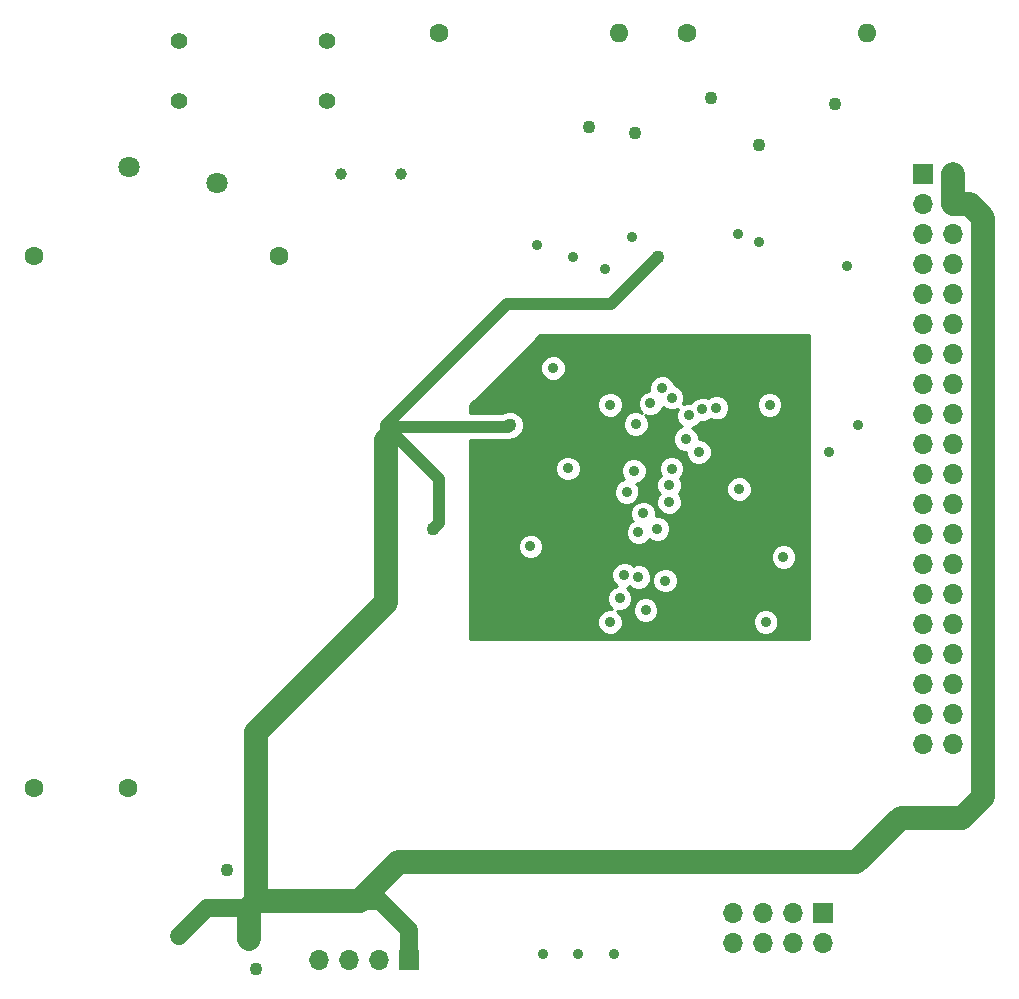
<source format=gbr>
G04 #@! TF.FileFunction,Copper,L3,Inr,Plane*
%FSLAX46Y46*%
G04 Gerber Fmt 4.6, Leading zero omitted, Abs format (unit mm)*
G04 Created by KiCad (PCBNEW 4.0.7) date Fri May 11 12:16:42 2018*
%MOMM*%
%LPD*%
G01*
G04 APERTURE LIST*
%ADD10C,0.100000*%
%ADD11C,1.800000*%
%ADD12C,1.000000*%
%ADD13C,1.400000*%
%ADD14R,1.700000X1.700000*%
%ADD15O,1.700000X1.700000*%
%ADD16C,1.600000*%
%ADD17O,1.600000X1.600000*%
%ADD18C,1.100000*%
%ADD19C,0.900000*%
%ADD20C,1.500000*%
%ADD21C,2.000000*%
%ADD22C,1.000000*%
%ADD23C,0.254000*%
G04 APERTURE END LIST*
D10*
D11*
X115750000Y-89250000D03*
X108250000Y-87850000D03*
D12*
X131290000Y-88500000D03*
X126210000Y-88500000D03*
D13*
X125000000Y-82290000D03*
X125000000Y-77210000D03*
X112500000Y-82290000D03*
X112500000Y-77210000D03*
D14*
X132000000Y-155000000D03*
D15*
X129460000Y-155000000D03*
X126920000Y-155000000D03*
X124380000Y-155000000D03*
D16*
X155500000Y-76500000D03*
D17*
X170740000Y-76500000D03*
D16*
X134500000Y-76500000D03*
D17*
X149740000Y-76500000D03*
D14*
X167000000Y-151000000D03*
D15*
X167000000Y-153540000D03*
X164460000Y-151000000D03*
X164460000Y-153540000D03*
X161920000Y-151000000D03*
X161920000Y-153540000D03*
X159380000Y-151000000D03*
X159380000Y-153540000D03*
D14*
X175500000Y-88500000D03*
D15*
X178040000Y-88500000D03*
X175500000Y-91040000D03*
X178040000Y-91040000D03*
X175500000Y-93580000D03*
X178040000Y-93580000D03*
X175500000Y-96120000D03*
X178040000Y-96120000D03*
X175500000Y-98660000D03*
X178040000Y-98660000D03*
X175500000Y-101200000D03*
X178040000Y-101200000D03*
X175500000Y-103740000D03*
X178040000Y-103740000D03*
X175500000Y-106280000D03*
X178040000Y-106280000D03*
X175500000Y-108820000D03*
X178040000Y-108820000D03*
X175500000Y-111360000D03*
X178040000Y-111360000D03*
X175500000Y-113900000D03*
X178040000Y-113900000D03*
X175500000Y-116440000D03*
X178040000Y-116440000D03*
X175500000Y-118980000D03*
X178040000Y-118980000D03*
X175500000Y-121520000D03*
X178040000Y-121520000D03*
X175500000Y-124060000D03*
X178040000Y-124060000D03*
X175500000Y-126600000D03*
X178040000Y-126600000D03*
X175500000Y-129140000D03*
X178040000Y-129140000D03*
X175500000Y-131680000D03*
X178040000Y-131680000D03*
X175500000Y-134220000D03*
X178040000Y-134220000D03*
X175500000Y-136760000D03*
X178040000Y-136760000D03*
D16*
X108200000Y-140450000D03*
X100200000Y-140450000D03*
X121000000Y-95450000D03*
X100200000Y-95450000D03*
D18*
X161580000Y-86010000D03*
X168080000Y-82510000D03*
X147250000Y-84500000D03*
X157580000Y-82010000D03*
X151080000Y-85010000D03*
X119000000Y-155750000D03*
D19*
X142830000Y-94510000D03*
X145830000Y-95510000D03*
X148580000Y-96510000D03*
X150830000Y-93760000D03*
X169080000Y-96260000D03*
X161580000Y-94260000D03*
X159830000Y-93510000D03*
D18*
X116600000Y-147400000D03*
D19*
X149000000Y-108000000D03*
X154000000Y-114800000D03*
X142250000Y-120000000D03*
X163670000Y-120890000D03*
X162170000Y-126390000D03*
X143300000Y-154500000D03*
X149300000Y-154500000D03*
X146300000Y-154500000D03*
X145420000Y-113390000D03*
X152420000Y-107890000D03*
X144170000Y-104890000D03*
X159920000Y-115140000D03*
X153670000Y-122890000D03*
X157200000Y-124300000D03*
X164400000Y-102900000D03*
X155600000Y-122800000D03*
X143000000Y-118000000D03*
X156420000Y-119890000D03*
X153420000Y-109890000D03*
X147920000Y-111390000D03*
X158170000Y-113640000D03*
D18*
X112500000Y-153000000D03*
X118400000Y-153200000D03*
X140500000Y-109750000D03*
X134000000Y-118500000D03*
X153080000Y-95510000D03*
D19*
X143250000Y-146750000D03*
X150400000Y-115400000D03*
X153400000Y-106600000D03*
X152000000Y-125400000D03*
X151800000Y-117200000D03*
X151400000Y-118800000D03*
X151400000Y-122600000D03*
X149800000Y-124400000D03*
X150200000Y-122400000D03*
X151170000Y-109640000D03*
X149000000Y-126400000D03*
X154000000Y-116250000D03*
X170000000Y-109750000D03*
X167500000Y-112000000D03*
X153000000Y-118500000D03*
X162500000Y-108000000D03*
X154200000Y-113400000D03*
X158000000Y-108250000D03*
X156500000Y-112000000D03*
X156800000Y-108400000D03*
X155700000Y-108900000D03*
X155400000Y-110900000D03*
X154200000Y-107400000D03*
X151000000Y-113600000D03*
D20*
X114900000Y-150600000D02*
X118400000Y-150600000D01*
X112500000Y-153000000D02*
X114900000Y-150600000D01*
D21*
X118400000Y-153200000D02*
X118400000Y-150600000D01*
X118400000Y-150600000D02*
X119000000Y-150000000D01*
D22*
X134500000Y-118000000D02*
X134000000Y-118500000D01*
D20*
X127700000Y-150000000D02*
X129500000Y-150000000D01*
X132000000Y-152500000D02*
X132000000Y-155000000D01*
X129500000Y-150000000D02*
X132000000Y-152500000D01*
D22*
X130000000Y-109750000D02*
X140250000Y-99500000D01*
X130000000Y-109750000D02*
X130125000Y-109875000D01*
X130000000Y-111000000D02*
X130000000Y-109750000D01*
X130125000Y-109875000D02*
X140375000Y-109875000D01*
X140375000Y-109875000D02*
X140500000Y-109750000D01*
X134500000Y-114250000D02*
X134500000Y-118000000D01*
X130125000Y-109875000D02*
X134500000Y-114250000D01*
X130000000Y-124750000D02*
X130000000Y-111000000D01*
X119000000Y-150000000D02*
X119000000Y-135750000D01*
X140250000Y-99500000D02*
X149090000Y-99500000D01*
X149090000Y-99500000D02*
X153080000Y-95510000D01*
D21*
X130000000Y-124750000D02*
X130000000Y-111000000D01*
X119000000Y-135750000D02*
X130000000Y-124750000D01*
X178040000Y-91040000D02*
X178040000Y-88500000D01*
X143250000Y-146750000D02*
X169850000Y-146750000D01*
X169850000Y-146750000D02*
X173600000Y-143000000D01*
X173600000Y-143000000D02*
X178800000Y-143000000D01*
X178800000Y-143000000D02*
X180600000Y-141200000D01*
X180600000Y-141200000D02*
X180600000Y-92200000D01*
X180600000Y-92200000D02*
X179440000Y-91040000D01*
X179440000Y-91040000D02*
X178040000Y-91040000D01*
X119000000Y-150000000D02*
X127700000Y-150000000D01*
X127700000Y-150000000D02*
X127800000Y-150000000D01*
X127800000Y-150000000D02*
X131050000Y-146750000D01*
X131050000Y-146750000D02*
X143250000Y-146750000D01*
X119000000Y-150000000D02*
X119000000Y-135750000D01*
D22*
X167600000Y-146750000D02*
X169850000Y-146750000D01*
X179440000Y-91040000D02*
X178040000Y-91040000D01*
X180600000Y-92200000D02*
X179440000Y-91040000D01*
X180600000Y-141200000D02*
X180600000Y-92200000D01*
X178800000Y-143000000D02*
X180600000Y-141200000D01*
X173600000Y-143000000D02*
X178800000Y-143000000D01*
X169850000Y-146750000D02*
X173600000Y-143000000D01*
X143250000Y-146750000D02*
X164200000Y-146750000D01*
X164200000Y-146750000D02*
X167600000Y-146750000D01*
X167600000Y-146750000D02*
X167650000Y-146750000D01*
X131050000Y-146750000D02*
X143250000Y-146750000D01*
X127800000Y-150000000D02*
X131050000Y-146750000D01*
D23*
G36*
X165873000Y-127873000D02*
X137127000Y-127873000D01*
X137127000Y-126614873D01*
X147914812Y-126614873D01*
X148079646Y-127013800D01*
X148384595Y-127319282D01*
X148783233Y-127484811D01*
X149214873Y-127485188D01*
X149613800Y-127320354D01*
X149919282Y-127015405D01*
X150084811Y-126616767D01*
X150084821Y-126604873D01*
X161084812Y-126604873D01*
X161249646Y-127003800D01*
X161554595Y-127309282D01*
X161953233Y-127474811D01*
X162384873Y-127475188D01*
X162783800Y-127310354D01*
X163089282Y-127005405D01*
X163254811Y-126606767D01*
X163255188Y-126175127D01*
X163090354Y-125776200D01*
X162785405Y-125470718D01*
X162386767Y-125305189D01*
X161955127Y-125304812D01*
X161556200Y-125469646D01*
X161250718Y-125774595D01*
X161085189Y-126173233D01*
X161084812Y-126604873D01*
X150084821Y-126604873D01*
X150085188Y-126185127D01*
X149920354Y-125786200D01*
X149749326Y-125614873D01*
X150914812Y-125614873D01*
X151079646Y-126013800D01*
X151384595Y-126319282D01*
X151783233Y-126484811D01*
X152214873Y-126485188D01*
X152613800Y-126320354D01*
X152919282Y-126015405D01*
X153084811Y-125616767D01*
X153085188Y-125185127D01*
X152920354Y-124786200D01*
X152615405Y-124480718D01*
X152216767Y-124315189D01*
X151785127Y-124314812D01*
X151386200Y-124479646D01*
X151080718Y-124784595D01*
X150915189Y-125183233D01*
X150914812Y-125614873D01*
X149749326Y-125614873D01*
X149619522Y-125484843D01*
X150014873Y-125485188D01*
X150413800Y-125320354D01*
X150719282Y-125015405D01*
X150884811Y-124616767D01*
X150885188Y-124185127D01*
X150720354Y-123786200D01*
X150418409Y-123483727D01*
X150652532Y-123386989D01*
X150784595Y-123519282D01*
X151183233Y-123684811D01*
X151614873Y-123685188D01*
X152013800Y-123520354D01*
X152319282Y-123215405D01*
X152365178Y-123104873D01*
X152584812Y-123104873D01*
X152749646Y-123503800D01*
X153054595Y-123809282D01*
X153453233Y-123974811D01*
X153884873Y-123975188D01*
X154283800Y-123810354D01*
X154589282Y-123505405D01*
X154754811Y-123106767D01*
X154755188Y-122675127D01*
X154590354Y-122276200D01*
X154285405Y-121970718D01*
X153886767Y-121805189D01*
X153455127Y-121804812D01*
X153056200Y-121969646D01*
X152750718Y-122274595D01*
X152585189Y-122673233D01*
X152584812Y-123104873D01*
X152365178Y-123104873D01*
X152484811Y-122816767D01*
X152485188Y-122385127D01*
X152320354Y-121986200D01*
X152015405Y-121680718D01*
X151616767Y-121515189D01*
X151185127Y-121514812D01*
X150947468Y-121613011D01*
X150815405Y-121480718D01*
X150416767Y-121315189D01*
X149985127Y-121314812D01*
X149586200Y-121479646D01*
X149280718Y-121784595D01*
X149115189Y-122183233D01*
X149114812Y-122614873D01*
X149279646Y-123013800D01*
X149581591Y-123316273D01*
X149186200Y-123479646D01*
X148880718Y-123784595D01*
X148715189Y-124183233D01*
X148714812Y-124614873D01*
X148879646Y-125013800D01*
X149180478Y-125315157D01*
X148785127Y-125314812D01*
X148386200Y-125479646D01*
X148080718Y-125784595D01*
X147915189Y-126183233D01*
X147914812Y-126614873D01*
X137127000Y-126614873D01*
X137127000Y-121104873D01*
X162584812Y-121104873D01*
X162749646Y-121503800D01*
X163054595Y-121809282D01*
X163453233Y-121974811D01*
X163884873Y-121975188D01*
X164283800Y-121810354D01*
X164589282Y-121505405D01*
X164754811Y-121106767D01*
X164755188Y-120675127D01*
X164590354Y-120276200D01*
X164285405Y-119970718D01*
X163886767Y-119805189D01*
X163455127Y-119804812D01*
X163056200Y-119969646D01*
X162750718Y-120274595D01*
X162585189Y-120673233D01*
X162584812Y-121104873D01*
X137127000Y-121104873D01*
X137127000Y-120214873D01*
X141164812Y-120214873D01*
X141329646Y-120613800D01*
X141634595Y-120919282D01*
X142033233Y-121084811D01*
X142464873Y-121085188D01*
X142863800Y-120920354D01*
X143169282Y-120615405D01*
X143334811Y-120216767D01*
X143335188Y-119785127D01*
X143170354Y-119386200D01*
X142865405Y-119080718D01*
X142706833Y-119014873D01*
X150314812Y-119014873D01*
X150479646Y-119413800D01*
X150784595Y-119719282D01*
X151183233Y-119884811D01*
X151614873Y-119885188D01*
X152013800Y-119720354D01*
X152319282Y-119415405D01*
X152337332Y-119371936D01*
X152384595Y-119419282D01*
X152783233Y-119584811D01*
X153214873Y-119585188D01*
X153613800Y-119420354D01*
X153919282Y-119115405D01*
X154084811Y-118716767D01*
X154085188Y-118285127D01*
X153920354Y-117886200D01*
X153615405Y-117580718D01*
X153216767Y-117415189D01*
X152884813Y-117414899D01*
X152885188Y-116985127D01*
X152720354Y-116586200D01*
X152415405Y-116280718D01*
X152016767Y-116115189D01*
X151585127Y-116114812D01*
X151186200Y-116279646D01*
X150880718Y-116584595D01*
X150715189Y-116983233D01*
X150714812Y-117414873D01*
X150879646Y-117813800D01*
X150898894Y-117833082D01*
X150786200Y-117879646D01*
X150480718Y-118184595D01*
X150315189Y-118583233D01*
X150314812Y-119014873D01*
X142706833Y-119014873D01*
X142466767Y-118915189D01*
X142035127Y-118914812D01*
X141636200Y-119079646D01*
X141330718Y-119384595D01*
X141165189Y-119783233D01*
X141164812Y-120214873D01*
X137127000Y-120214873D01*
X137127000Y-115614873D01*
X149314812Y-115614873D01*
X149479646Y-116013800D01*
X149784595Y-116319282D01*
X150183233Y-116484811D01*
X150614873Y-116485188D01*
X151013800Y-116320354D01*
X151319282Y-116015405D01*
X151484811Y-115616767D01*
X151485188Y-115185127D01*
X151414841Y-115014873D01*
X152914812Y-115014873D01*
X153079646Y-115413800D01*
X153190578Y-115524926D01*
X153080718Y-115634595D01*
X152915189Y-116033233D01*
X152914812Y-116464873D01*
X153079646Y-116863800D01*
X153384595Y-117169282D01*
X153783233Y-117334811D01*
X154214873Y-117335188D01*
X154613800Y-117170354D01*
X154919282Y-116865405D01*
X155084811Y-116466767D01*
X155085188Y-116035127D01*
X154920354Y-115636200D01*
X154809422Y-115525074D01*
X154919282Y-115415405D01*
X154944417Y-115354873D01*
X158834812Y-115354873D01*
X158999646Y-115753800D01*
X159304595Y-116059282D01*
X159703233Y-116224811D01*
X160134873Y-116225188D01*
X160533800Y-116060354D01*
X160839282Y-115755405D01*
X161004811Y-115356767D01*
X161005188Y-114925127D01*
X160840354Y-114526200D01*
X160535405Y-114220718D01*
X160136767Y-114055189D01*
X159705127Y-114054812D01*
X159306200Y-114219646D01*
X159000718Y-114524595D01*
X158835189Y-114923233D01*
X158834812Y-115354873D01*
X154944417Y-115354873D01*
X155084811Y-115016767D01*
X155085188Y-114585127D01*
X154928482Y-114205872D01*
X155119282Y-114015405D01*
X155284811Y-113616767D01*
X155285188Y-113185127D01*
X155120354Y-112786200D01*
X154815405Y-112480718D01*
X154416767Y-112315189D01*
X153985127Y-112314812D01*
X153586200Y-112479646D01*
X153280718Y-112784595D01*
X153115189Y-113183233D01*
X153114812Y-113614873D01*
X153271518Y-113994128D01*
X153080718Y-114184595D01*
X152915189Y-114583233D01*
X152914812Y-115014873D01*
X151414841Y-115014873D01*
X151320354Y-114786200D01*
X151218162Y-114683829D01*
X151613800Y-114520354D01*
X151919282Y-114215405D01*
X152084811Y-113816767D01*
X152085188Y-113385127D01*
X151920354Y-112986200D01*
X151615405Y-112680718D01*
X151216767Y-112515189D01*
X150785127Y-112514812D01*
X150386200Y-112679646D01*
X150080718Y-112984595D01*
X149915189Y-113383233D01*
X149914812Y-113814873D01*
X150079646Y-114213800D01*
X150181838Y-114316171D01*
X149786200Y-114479646D01*
X149480718Y-114784595D01*
X149315189Y-115183233D01*
X149314812Y-115614873D01*
X137127000Y-115614873D01*
X137127000Y-113604873D01*
X144334812Y-113604873D01*
X144499646Y-114003800D01*
X144804595Y-114309282D01*
X145203233Y-114474811D01*
X145634873Y-114475188D01*
X146033800Y-114310354D01*
X146339282Y-114005405D01*
X146504811Y-113606767D01*
X146505188Y-113175127D01*
X146340354Y-112776200D01*
X146035405Y-112470718D01*
X145636767Y-112305189D01*
X145205127Y-112304812D01*
X144806200Y-112469646D01*
X144500718Y-112774595D01*
X144335189Y-113173233D01*
X144334812Y-113604873D01*
X137127000Y-113604873D01*
X137127000Y-111010000D01*
X140375000Y-111010000D01*
X140809346Y-110923603D01*
X140884839Y-110873160D01*
X141170372Y-110755180D01*
X141504009Y-110422125D01*
X141684794Y-109986745D01*
X141684909Y-109854873D01*
X150084812Y-109854873D01*
X150249646Y-110253800D01*
X150554595Y-110559282D01*
X150953233Y-110724811D01*
X151384873Y-110725188D01*
X151783800Y-110560354D01*
X152089282Y-110255405D01*
X152254811Y-109856767D01*
X152255188Y-109425127D01*
X152090354Y-109026200D01*
X151922820Y-108858373D01*
X152203233Y-108974811D01*
X152634873Y-108975188D01*
X153033800Y-108810354D01*
X153339282Y-108505405D01*
X153465928Y-108200408D01*
X153584595Y-108319282D01*
X153983233Y-108484811D01*
X154414873Y-108485188D01*
X154755943Y-108344260D01*
X154615189Y-108683233D01*
X154614812Y-109114873D01*
X154779646Y-109513800D01*
X155084595Y-109819282D01*
X155129341Y-109837862D01*
X154786200Y-109979646D01*
X154480718Y-110284595D01*
X154315189Y-110683233D01*
X154314812Y-111114873D01*
X154479646Y-111513800D01*
X154784595Y-111819282D01*
X155183233Y-111984811D01*
X155415013Y-111985013D01*
X155414812Y-112214873D01*
X155579646Y-112613800D01*
X155884595Y-112919282D01*
X156283233Y-113084811D01*
X156714873Y-113085188D01*
X157113800Y-112920354D01*
X157419282Y-112615405D01*
X157584811Y-112216767D01*
X157585188Y-111785127D01*
X157420354Y-111386200D01*
X157115405Y-111080718D01*
X156716767Y-110915189D01*
X156484987Y-110914987D01*
X156485188Y-110685127D01*
X156320354Y-110286200D01*
X156015405Y-109980718D01*
X155970659Y-109962138D01*
X156313800Y-109820354D01*
X156619282Y-109515405D01*
X156631968Y-109484854D01*
X157014873Y-109485188D01*
X157413800Y-109320354D01*
X157512099Y-109222226D01*
X157783233Y-109334811D01*
X158214873Y-109335188D01*
X158613800Y-109170354D01*
X158919282Y-108865405D01*
X159084811Y-108466767D01*
X159085031Y-108214873D01*
X161414812Y-108214873D01*
X161579646Y-108613800D01*
X161884595Y-108919282D01*
X162283233Y-109084811D01*
X162714873Y-109085188D01*
X163113800Y-108920354D01*
X163419282Y-108615405D01*
X163584811Y-108216767D01*
X163585188Y-107785127D01*
X163420354Y-107386200D01*
X163115405Y-107080718D01*
X162716767Y-106915189D01*
X162285127Y-106914812D01*
X161886200Y-107079646D01*
X161580718Y-107384595D01*
X161415189Y-107783233D01*
X161414812Y-108214873D01*
X159085031Y-108214873D01*
X159085188Y-108035127D01*
X158920354Y-107636200D01*
X158615405Y-107330718D01*
X158216767Y-107165189D01*
X157785127Y-107164812D01*
X157386200Y-107329646D01*
X157287901Y-107427774D01*
X157016767Y-107315189D01*
X156585127Y-107314812D01*
X156186200Y-107479646D01*
X155880718Y-107784595D01*
X155868032Y-107815146D01*
X155485127Y-107814812D01*
X155144057Y-107955740D01*
X155284811Y-107616767D01*
X155285188Y-107185127D01*
X155120354Y-106786200D01*
X154815405Y-106480718D01*
X154464476Y-106334999D01*
X154320354Y-105986200D01*
X154015405Y-105680718D01*
X153616767Y-105515189D01*
X153185127Y-105514812D01*
X152786200Y-105679646D01*
X152480718Y-105984595D01*
X152315189Y-106383233D01*
X152314821Y-106804908D01*
X152205127Y-106804812D01*
X151806200Y-106969646D01*
X151500718Y-107274595D01*
X151335189Y-107673233D01*
X151334812Y-108104873D01*
X151499646Y-108503800D01*
X151667180Y-108671627D01*
X151386767Y-108555189D01*
X150955127Y-108554812D01*
X150556200Y-108719646D01*
X150250718Y-109024595D01*
X150085189Y-109423233D01*
X150084812Y-109854873D01*
X141684909Y-109854873D01*
X141685206Y-109515323D01*
X141505180Y-109079628D01*
X141172125Y-108745991D01*
X140736745Y-108565206D01*
X140265323Y-108564794D01*
X139841293Y-108740000D01*
X137127000Y-108740000D01*
X137127000Y-108214873D01*
X147914812Y-108214873D01*
X148079646Y-108613800D01*
X148384595Y-108919282D01*
X148783233Y-109084811D01*
X149214873Y-109085188D01*
X149613800Y-108920354D01*
X149919282Y-108615405D01*
X150084811Y-108216767D01*
X150085188Y-107785127D01*
X149920354Y-107386200D01*
X149615405Y-107080718D01*
X149216767Y-106915189D01*
X148785127Y-106914812D01*
X148386200Y-107079646D01*
X148080718Y-107384595D01*
X147915189Y-107783233D01*
X147914812Y-108214873D01*
X137127000Y-108214873D01*
X137127000Y-108052606D01*
X140074733Y-105104873D01*
X143084812Y-105104873D01*
X143249646Y-105503800D01*
X143554595Y-105809282D01*
X143953233Y-105974811D01*
X144384873Y-105975188D01*
X144783800Y-105810354D01*
X145089282Y-105505405D01*
X145254811Y-105106767D01*
X145255188Y-104675127D01*
X145090354Y-104276200D01*
X144785405Y-103970718D01*
X144386767Y-103805189D01*
X143955127Y-103804812D01*
X143556200Y-103969646D01*
X143250718Y-104274595D01*
X143085189Y-104673233D01*
X143084812Y-105104873D01*
X140074733Y-105104873D01*
X143052606Y-102127000D01*
X165873000Y-102127000D01*
X165873000Y-127873000D01*
X165873000Y-127873000D01*
G37*
X165873000Y-127873000D02*
X137127000Y-127873000D01*
X137127000Y-126614873D01*
X147914812Y-126614873D01*
X148079646Y-127013800D01*
X148384595Y-127319282D01*
X148783233Y-127484811D01*
X149214873Y-127485188D01*
X149613800Y-127320354D01*
X149919282Y-127015405D01*
X150084811Y-126616767D01*
X150084821Y-126604873D01*
X161084812Y-126604873D01*
X161249646Y-127003800D01*
X161554595Y-127309282D01*
X161953233Y-127474811D01*
X162384873Y-127475188D01*
X162783800Y-127310354D01*
X163089282Y-127005405D01*
X163254811Y-126606767D01*
X163255188Y-126175127D01*
X163090354Y-125776200D01*
X162785405Y-125470718D01*
X162386767Y-125305189D01*
X161955127Y-125304812D01*
X161556200Y-125469646D01*
X161250718Y-125774595D01*
X161085189Y-126173233D01*
X161084812Y-126604873D01*
X150084821Y-126604873D01*
X150085188Y-126185127D01*
X149920354Y-125786200D01*
X149749326Y-125614873D01*
X150914812Y-125614873D01*
X151079646Y-126013800D01*
X151384595Y-126319282D01*
X151783233Y-126484811D01*
X152214873Y-126485188D01*
X152613800Y-126320354D01*
X152919282Y-126015405D01*
X153084811Y-125616767D01*
X153085188Y-125185127D01*
X152920354Y-124786200D01*
X152615405Y-124480718D01*
X152216767Y-124315189D01*
X151785127Y-124314812D01*
X151386200Y-124479646D01*
X151080718Y-124784595D01*
X150915189Y-125183233D01*
X150914812Y-125614873D01*
X149749326Y-125614873D01*
X149619522Y-125484843D01*
X150014873Y-125485188D01*
X150413800Y-125320354D01*
X150719282Y-125015405D01*
X150884811Y-124616767D01*
X150885188Y-124185127D01*
X150720354Y-123786200D01*
X150418409Y-123483727D01*
X150652532Y-123386989D01*
X150784595Y-123519282D01*
X151183233Y-123684811D01*
X151614873Y-123685188D01*
X152013800Y-123520354D01*
X152319282Y-123215405D01*
X152365178Y-123104873D01*
X152584812Y-123104873D01*
X152749646Y-123503800D01*
X153054595Y-123809282D01*
X153453233Y-123974811D01*
X153884873Y-123975188D01*
X154283800Y-123810354D01*
X154589282Y-123505405D01*
X154754811Y-123106767D01*
X154755188Y-122675127D01*
X154590354Y-122276200D01*
X154285405Y-121970718D01*
X153886767Y-121805189D01*
X153455127Y-121804812D01*
X153056200Y-121969646D01*
X152750718Y-122274595D01*
X152585189Y-122673233D01*
X152584812Y-123104873D01*
X152365178Y-123104873D01*
X152484811Y-122816767D01*
X152485188Y-122385127D01*
X152320354Y-121986200D01*
X152015405Y-121680718D01*
X151616767Y-121515189D01*
X151185127Y-121514812D01*
X150947468Y-121613011D01*
X150815405Y-121480718D01*
X150416767Y-121315189D01*
X149985127Y-121314812D01*
X149586200Y-121479646D01*
X149280718Y-121784595D01*
X149115189Y-122183233D01*
X149114812Y-122614873D01*
X149279646Y-123013800D01*
X149581591Y-123316273D01*
X149186200Y-123479646D01*
X148880718Y-123784595D01*
X148715189Y-124183233D01*
X148714812Y-124614873D01*
X148879646Y-125013800D01*
X149180478Y-125315157D01*
X148785127Y-125314812D01*
X148386200Y-125479646D01*
X148080718Y-125784595D01*
X147915189Y-126183233D01*
X147914812Y-126614873D01*
X137127000Y-126614873D01*
X137127000Y-121104873D01*
X162584812Y-121104873D01*
X162749646Y-121503800D01*
X163054595Y-121809282D01*
X163453233Y-121974811D01*
X163884873Y-121975188D01*
X164283800Y-121810354D01*
X164589282Y-121505405D01*
X164754811Y-121106767D01*
X164755188Y-120675127D01*
X164590354Y-120276200D01*
X164285405Y-119970718D01*
X163886767Y-119805189D01*
X163455127Y-119804812D01*
X163056200Y-119969646D01*
X162750718Y-120274595D01*
X162585189Y-120673233D01*
X162584812Y-121104873D01*
X137127000Y-121104873D01*
X137127000Y-120214873D01*
X141164812Y-120214873D01*
X141329646Y-120613800D01*
X141634595Y-120919282D01*
X142033233Y-121084811D01*
X142464873Y-121085188D01*
X142863800Y-120920354D01*
X143169282Y-120615405D01*
X143334811Y-120216767D01*
X143335188Y-119785127D01*
X143170354Y-119386200D01*
X142865405Y-119080718D01*
X142706833Y-119014873D01*
X150314812Y-119014873D01*
X150479646Y-119413800D01*
X150784595Y-119719282D01*
X151183233Y-119884811D01*
X151614873Y-119885188D01*
X152013800Y-119720354D01*
X152319282Y-119415405D01*
X152337332Y-119371936D01*
X152384595Y-119419282D01*
X152783233Y-119584811D01*
X153214873Y-119585188D01*
X153613800Y-119420354D01*
X153919282Y-119115405D01*
X154084811Y-118716767D01*
X154085188Y-118285127D01*
X153920354Y-117886200D01*
X153615405Y-117580718D01*
X153216767Y-117415189D01*
X152884813Y-117414899D01*
X152885188Y-116985127D01*
X152720354Y-116586200D01*
X152415405Y-116280718D01*
X152016767Y-116115189D01*
X151585127Y-116114812D01*
X151186200Y-116279646D01*
X150880718Y-116584595D01*
X150715189Y-116983233D01*
X150714812Y-117414873D01*
X150879646Y-117813800D01*
X150898894Y-117833082D01*
X150786200Y-117879646D01*
X150480718Y-118184595D01*
X150315189Y-118583233D01*
X150314812Y-119014873D01*
X142706833Y-119014873D01*
X142466767Y-118915189D01*
X142035127Y-118914812D01*
X141636200Y-119079646D01*
X141330718Y-119384595D01*
X141165189Y-119783233D01*
X141164812Y-120214873D01*
X137127000Y-120214873D01*
X137127000Y-115614873D01*
X149314812Y-115614873D01*
X149479646Y-116013800D01*
X149784595Y-116319282D01*
X150183233Y-116484811D01*
X150614873Y-116485188D01*
X151013800Y-116320354D01*
X151319282Y-116015405D01*
X151484811Y-115616767D01*
X151485188Y-115185127D01*
X151414841Y-115014873D01*
X152914812Y-115014873D01*
X153079646Y-115413800D01*
X153190578Y-115524926D01*
X153080718Y-115634595D01*
X152915189Y-116033233D01*
X152914812Y-116464873D01*
X153079646Y-116863800D01*
X153384595Y-117169282D01*
X153783233Y-117334811D01*
X154214873Y-117335188D01*
X154613800Y-117170354D01*
X154919282Y-116865405D01*
X155084811Y-116466767D01*
X155085188Y-116035127D01*
X154920354Y-115636200D01*
X154809422Y-115525074D01*
X154919282Y-115415405D01*
X154944417Y-115354873D01*
X158834812Y-115354873D01*
X158999646Y-115753800D01*
X159304595Y-116059282D01*
X159703233Y-116224811D01*
X160134873Y-116225188D01*
X160533800Y-116060354D01*
X160839282Y-115755405D01*
X161004811Y-115356767D01*
X161005188Y-114925127D01*
X160840354Y-114526200D01*
X160535405Y-114220718D01*
X160136767Y-114055189D01*
X159705127Y-114054812D01*
X159306200Y-114219646D01*
X159000718Y-114524595D01*
X158835189Y-114923233D01*
X158834812Y-115354873D01*
X154944417Y-115354873D01*
X155084811Y-115016767D01*
X155085188Y-114585127D01*
X154928482Y-114205872D01*
X155119282Y-114015405D01*
X155284811Y-113616767D01*
X155285188Y-113185127D01*
X155120354Y-112786200D01*
X154815405Y-112480718D01*
X154416767Y-112315189D01*
X153985127Y-112314812D01*
X153586200Y-112479646D01*
X153280718Y-112784595D01*
X153115189Y-113183233D01*
X153114812Y-113614873D01*
X153271518Y-113994128D01*
X153080718Y-114184595D01*
X152915189Y-114583233D01*
X152914812Y-115014873D01*
X151414841Y-115014873D01*
X151320354Y-114786200D01*
X151218162Y-114683829D01*
X151613800Y-114520354D01*
X151919282Y-114215405D01*
X152084811Y-113816767D01*
X152085188Y-113385127D01*
X151920354Y-112986200D01*
X151615405Y-112680718D01*
X151216767Y-112515189D01*
X150785127Y-112514812D01*
X150386200Y-112679646D01*
X150080718Y-112984595D01*
X149915189Y-113383233D01*
X149914812Y-113814873D01*
X150079646Y-114213800D01*
X150181838Y-114316171D01*
X149786200Y-114479646D01*
X149480718Y-114784595D01*
X149315189Y-115183233D01*
X149314812Y-115614873D01*
X137127000Y-115614873D01*
X137127000Y-113604873D01*
X144334812Y-113604873D01*
X144499646Y-114003800D01*
X144804595Y-114309282D01*
X145203233Y-114474811D01*
X145634873Y-114475188D01*
X146033800Y-114310354D01*
X146339282Y-114005405D01*
X146504811Y-113606767D01*
X146505188Y-113175127D01*
X146340354Y-112776200D01*
X146035405Y-112470718D01*
X145636767Y-112305189D01*
X145205127Y-112304812D01*
X144806200Y-112469646D01*
X144500718Y-112774595D01*
X144335189Y-113173233D01*
X144334812Y-113604873D01*
X137127000Y-113604873D01*
X137127000Y-111010000D01*
X140375000Y-111010000D01*
X140809346Y-110923603D01*
X140884839Y-110873160D01*
X141170372Y-110755180D01*
X141504009Y-110422125D01*
X141684794Y-109986745D01*
X141684909Y-109854873D01*
X150084812Y-109854873D01*
X150249646Y-110253800D01*
X150554595Y-110559282D01*
X150953233Y-110724811D01*
X151384873Y-110725188D01*
X151783800Y-110560354D01*
X152089282Y-110255405D01*
X152254811Y-109856767D01*
X152255188Y-109425127D01*
X152090354Y-109026200D01*
X151922820Y-108858373D01*
X152203233Y-108974811D01*
X152634873Y-108975188D01*
X153033800Y-108810354D01*
X153339282Y-108505405D01*
X153465928Y-108200408D01*
X153584595Y-108319282D01*
X153983233Y-108484811D01*
X154414873Y-108485188D01*
X154755943Y-108344260D01*
X154615189Y-108683233D01*
X154614812Y-109114873D01*
X154779646Y-109513800D01*
X155084595Y-109819282D01*
X155129341Y-109837862D01*
X154786200Y-109979646D01*
X154480718Y-110284595D01*
X154315189Y-110683233D01*
X154314812Y-111114873D01*
X154479646Y-111513800D01*
X154784595Y-111819282D01*
X155183233Y-111984811D01*
X155415013Y-111985013D01*
X155414812Y-112214873D01*
X155579646Y-112613800D01*
X155884595Y-112919282D01*
X156283233Y-113084811D01*
X156714873Y-113085188D01*
X157113800Y-112920354D01*
X157419282Y-112615405D01*
X157584811Y-112216767D01*
X157585188Y-111785127D01*
X157420354Y-111386200D01*
X157115405Y-111080718D01*
X156716767Y-110915189D01*
X156484987Y-110914987D01*
X156485188Y-110685127D01*
X156320354Y-110286200D01*
X156015405Y-109980718D01*
X155970659Y-109962138D01*
X156313800Y-109820354D01*
X156619282Y-109515405D01*
X156631968Y-109484854D01*
X157014873Y-109485188D01*
X157413800Y-109320354D01*
X157512099Y-109222226D01*
X157783233Y-109334811D01*
X158214873Y-109335188D01*
X158613800Y-109170354D01*
X158919282Y-108865405D01*
X159084811Y-108466767D01*
X159085031Y-108214873D01*
X161414812Y-108214873D01*
X161579646Y-108613800D01*
X161884595Y-108919282D01*
X162283233Y-109084811D01*
X162714873Y-109085188D01*
X163113800Y-108920354D01*
X163419282Y-108615405D01*
X163584811Y-108216767D01*
X163585188Y-107785127D01*
X163420354Y-107386200D01*
X163115405Y-107080718D01*
X162716767Y-106915189D01*
X162285127Y-106914812D01*
X161886200Y-107079646D01*
X161580718Y-107384595D01*
X161415189Y-107783233D01*
X161414812Y-108214873D01*
X159085031Y-108214873D01*
X159085188Y-108035127D01*
X158920354Y-107636200D01*
X158615405Y-107330718D01*
X158216767Y-107165189D01*
X157785127Y-107164812D01*
X157386200Y-107329646D01*
X157287901Y-107427774D01*
X157016767Y-107315189D01*
X156585127Y-107314812D01*
X156186200Y-107479646D01*
X155880718Y-107784595D01*
X155868032Y-107815146D01*
X155485127Y-107814812D01*
X155144057Y-107955740D01*
X155284811Y-107616767D01*
X155285188Y-107185127D01*
X155120354Y-106786200D01*
X154815405Y-106480718D01*
X154464476Y-106334999D01*
X154320354Y-105986200D01*
X154015405Y-105680718D01*
X153616767Y-105515189D01*
X153185127Y-105514812D01*
X152786200Y-105679646D01*
X152480718Y-105984595D01*
X152315189Y-106383233D01*
X152314821Y-106804908D01*
X152205127Y-106804812D01*
X151806200Y-106969646D01*
X151500718Y-107274595D01*
X151335189Y-107673233D01*
X151334812Y-108104873D01*
X151499646Y-108503800D01*
X151667180Y-108671627D01*
X151386767Y-108555189D01*
X150955127Y-108554812D01*
X150556200Y-108719646D01*
X150250718Y-109024595D01*
X150085189Y-109423233D01*
X150084812Y-109854873D01*
X141684909Y-109854873D01*
X141685206Y-109515323D01*
X141505180Y-109079628D01*
X141172125Y-108745991D01*
X140736745Y-108565206D01*
X140265323Y-108564794D01*
X139841293Y-108740000D01*
X137127000Y-108740000D01*
X137127000Y-108214873D01*
X147914812Y-108214873D01*
X148079646Y-108613800D01*
X148384595Y-108919282D01*
X148783233Y-109084811D01*
X149214873Y-109085188D01*
X149613800Y-108920354D01*
X149919282Y-108615405D01*
X150084811Y-108216767D01*
X150085188Y-107785127D01*
X149920354Y-107386200D01*
X149615405Y-107080718D01*
X149216767Y-106915189D01*
X148785127Y-106914812D01*
X148386200Y-107079646D01*
X148080718Y-107384595D01*
X147915189Y-107783233D01*
X147914812Y-108214873D01*
X137127000Y-108214873D01*
X137127000Y-108052606D01*
X140074733Y-105104873D01*
X143084812Y-105104873D01*
X143249646Y-105503800D01*
X143554595Y-105809282D01*
X143953233Y-105974811D01*
X144384873Y-105975188D01*
X144783800Y-105810354D01*
X145089282Y-105505405D01*
X145254811Y-105106767D01*
X145255188Y-104675127D01*
X145090354Y-104276200D01*
X144785405Y-103970718D01*
X144386767Y-103805189D01*
X143955127Y-103804812D01*
X143556200Y-103969646D01*
X143250718Y-104274595D01*
X143085189Y-104673233D01*
X143084812Y-105104873D01*
X140074733Y-105104873D01*
X143052606Y-102127000D01*
X165873000Y-102127000D01*
X165873000Y-127873000D01*
M02*

</source>
